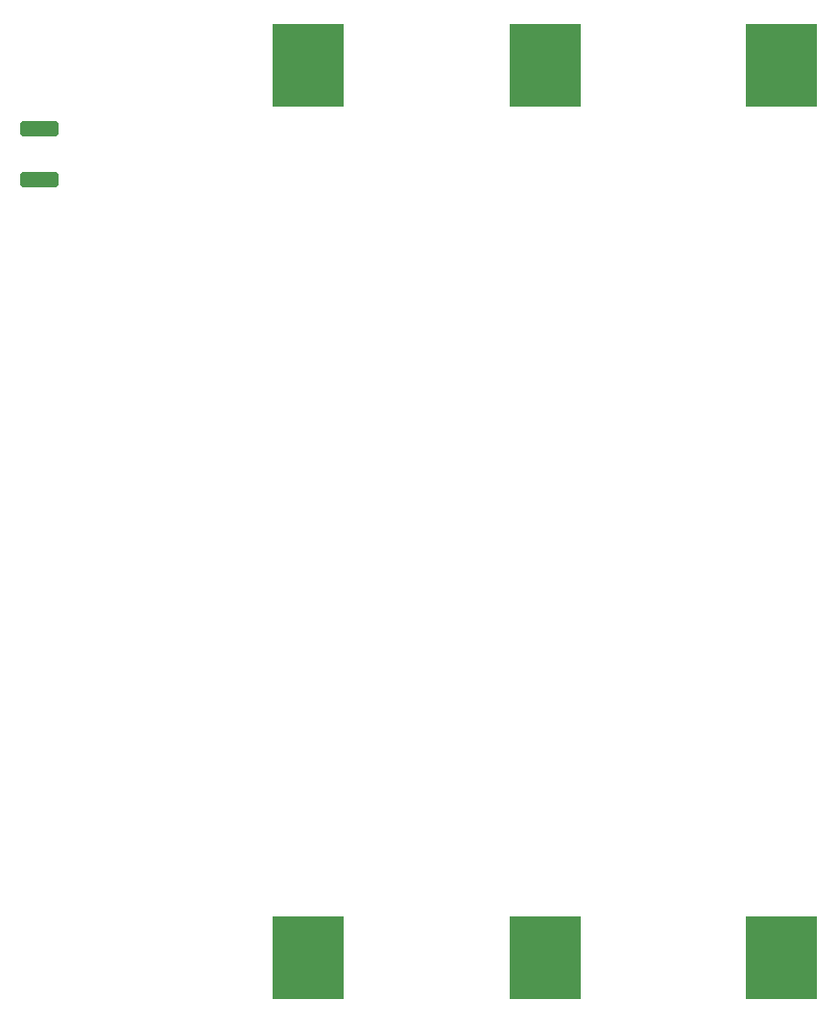
<source format=gbr>
%TF.GenerationSoftware,KiCad,Pcbnew,(6.0.7)*%
%TF.CreationDate,2022-10-24T21:40:11-07:00*%
%TF.ProjectId,18650_3s2p,31383635-305f-4337-9332-702e6b696361,2.0*%
%TF.SameCoordinates,Original*%
%TF.FileFunction,Paste,Top*%
%TF.FilePolarity,Positive*%
%FSLAX46Y46*%
G04 Gerber Fmt 4.6, Leading zero omitted, Abs format (unit mm)*
G04 Created by KiCad (PCBNEW (6.0.7)) date 2022-10-24 21:40:11*
%MOMM*%
%LPD*%
G01*
G04 APERTURE LIST*
G04 Aperture macros list*
%AMRoundRect*
0 Rectangle with rounded corners*
0 $1 Rounding radius*
0 $2 $3 $4 $5 $6 $7 $8 $9 X,Y pos of 4 corners*
0 Add a 4 corners polygon primitive as box body*
4,1,4,$2,$3,$4,$5,$6,$7,$8,$9,$2,$3,0*
0 Add four circle primitives for the rounded corners*
1,1,$1+$1,$2,$3*
1,1,$1+$1,$4,$5*
1,1,$1+$1,$6,$7*
1,1,$1+$1,$8,$9*
0 Add four rect primitives between the rounded corners*
20,1,$1+$1,$2,$3,$4,$5,0*
20,1,$1+$1,$4,$5,$6,$7,0*
20,1,$1+$1,$6,$7,$8,$9,0*
20,1,$1+$1,$8,$9,$2,$3,0*%
G04 Aperture macros list end*
%ADD10R,6.350000X7.340000*%
%ADD11RoundRect,0.250000X1.450000X-0.400000X1.450000X0.400000X-1.450000X0.400000X-1.450000X-0.400000X0*%
G04 APERTURE END LIST*
D10*
%TO.C,BT2*%
X99620000Y-57190000D03*
X99620000Y-135850000D03*
%TD*%
%TO.C,BT3*%
X120500000Y-57190000D03*
X120500000Y-135850000D03*
%TD*%
%TO.C,BT1*%
X78740000Y-57190000D03*
X78740000Y-135850000D03*
%TD*%
D11*
%TO.C,F2*%
X55000000Y-62775000D03*
X55000000Y-67225000D03*
%TD*%
M02*

</source>
